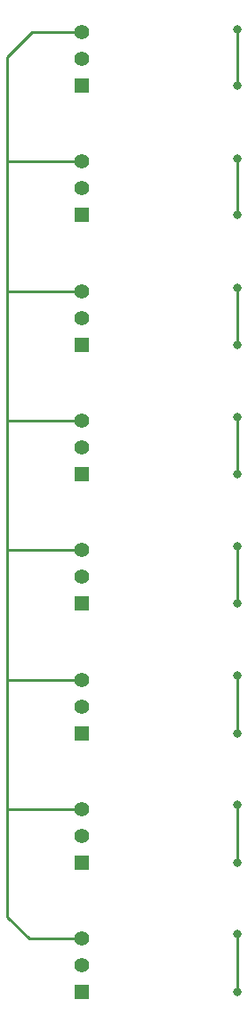
<source format=gbr>
%TF.GenerationSoftware,KiCad,Pcbnew,(6.0.8-1)-1*%
%TF.CreationDate,2022-10-04T15:12:48-04:00*%
%TF.ProjectId,Untitled,556e7469-746c-4656-942e-6b696361645f,rev?*%
%TF.SameCoordinates,Original*%
%TF.FileFunction,Copper,L2,Bot*%
%TF.FilePolarity,Positive*%
%FSLAX46Y46*%
G04 Gerber Fmt 4.6, Leading zero omitted, Abs format (unit mm)*
G04 Created by KiCad (PCBNEW (6.0.8-1)-1) date 2022-10-04 15:12:48*
%MOMM*%
%LPD*%
G01*
G04 APERTURE LIST*
%TA.AperFunction,ComponentPad*%
%ADD10R,1.397000X1.397000*%
%TD*%
%TA.AperFunction,ComponentPad*%
%ADD11C,1.397000*%
%TD*%
%TA.AperFunction,ViaPad*%
%ADD12C,0.800000*%
%TD*%
%TA.AperFunction,Conductor*%
%ADD13C,0.250000*%
%TD*%
G04 APERTURE END LIST*
D10*
%TO.P,REF\u002A\u002A,1*%
%TO.N,N/C*%
X59270100Y-114190358D03*
D11*
%TO.P,REF\u002A\u002A,2*%
X59270100Y-111650358D03*
%TO.P,REF\u002A\u002A,3*%
X59270100Y-109110358D03*
%TD*%
D10*
%TO.P,REF\u002A\u002A,1*%
%TO.N,N/C*%
X59270100Y-77268932D03*
D11*
%TO.P,REF\u002A\u002A,2*%
X59270100Y-74728932D03*
%TO.P,REF\u002A\u002A,3*%
X59270100Y-72188932D03*
%TD*%
D10*
%TO.P,REF\u002A\u002A,1*%
%TO.N,N/C*%
X59270100Y-52654648D03*
D11*
%TO.P,REF\u002A\u002A,2*%
X59270100Y-50114648D03*
%TO.P,REF\u002A\u002A,3*%
X59270100Y-47574648D03*
%TD*%
D10*
%TO.P,REF\u002A\u002A,1*%
%TO.N,N/C*%
X59270100Y-40347506D03*
D11*
%TO.P,REF\u002A\u002A,2*%
X59270100Y-37807506D03*
%TO.P,REF\u002A\u002A,3*%
X59270100Y-35267506D03*
%TD*%
D10*
%TO.P,REF\u002A\u002A,1*%
%TO.N,N/C*%
X59270100Y-89576074D03*
D11*
%TO.P,REF\u002A\u002A,2*%
X59270100Y-87036074D03*
%TO.P,REF\u002A\u002A,3*%
X59270100Y-84496074D03*
%TD*%
D10*
%TO.P,REF\u002A\u002A,1*%
%TO.N,N/C*%
X59270100Y-101883216D03*
D11*
%TO.P,REF\u002A\u002A,2*%
X59270100Y-99343216D03*
%TO.P,REF\u002A\u002A,3*%
X59270100Y-96803216D03*
%TD*%
D10*
%TO.P,REF\u002A\u002A,1*%
%TO.N,N/C*%
X59270100Y-64961790D03*
D11*
%TO.P,REF\u002A\u002A,2*%
X59270100Y-62421790D03*
%TO.P,REF\u002A\u002A,3*%
X59270100Y-59881790D03*
%TD*%
D10*
%TO.P,REF\u002A\u002A,1*%
%TO.N,N/C*%
X59270100Y-126497500D03*
D11*
%TO.P,REF\u002A\u002A,2*%
X59270100Y-123957500D03*
%TO.P,REF\u002A\u002A,3*%
X59270100Y-121417500D03*
%TD*%
D12*
%TO.N,*%
X74100000Y-40347506D03*
X74100000Y-52654648D03*
X74100000Y-64961790D03*
X74100000Y-77268932D03*
X74100000Y-89576074D03*
X74100000Y-101883216D03*
X74100000Y-114220000D03*
X74100000Y-126497500D03*
X74100000Y-35050000D03*
X74100000Y-47316666D03*
X74100000Y-59583332D03*
X74100000Y-71849998D03*
X74100000Y-84116664D03*
X74100000Y-96383330D03*
X74100000Y-121000000D03*
X74100000Y-108650000D03*
%TD*%
D13*
%TO.N,*%
X74100000Y-121000000D02*
X74100000Y-126497500D01*
X74100000Y-108650000D02*
X74100000Y-114220000D01*
X74100000Y-96383330D02*
X74100000Y-101883216D01*
X74100000Y-84116664D02*
X74100000Y-89576074D01*
X74100000Y-71849998D02*
X74100000Y-77268932D01*
X74100000Y-59583332D02*
X74100000Y-64961790D01*
X74100000Y-47316666D02*
X74100000Y-52654648D01*
X74100000Y-35050000D02*
X74100000Y-40347506D01*
X59270100Y-109110358D02*
X52189642Y-109110358D01*
X52189642Y-109110358D02*
X52150000Y-109150000D01*
X59270100Y-96803216D02*
X52203216Y-96803216D01*
X59270100Y-84496074D02*
X52196074Y-84496074D01*
X59270100Y-72188932D02*
X52161068Y-72188932D01*
X59270100Y-59881790D02*
X52231790Y-59881790D01*
X52231790Y-59881790D02*
X52150000Y-59800000D01*
X52150000Y-119350000D02*
X52150000Y-37650000D01*
X59270100Y-47574648D02*
X52174648Y-47574648D01*
X52174648Y-47574648D02*
X52150000Y-47550000D01*
X59270100Y-121417500D02*
X54217500Y-121417500D01*
X54217500Y-121417500D02*
X52150000Y-119350000D01*
X52150000Y-37650000D02*
X54532494Y-35267506D01*
X54532494Y-35267506D02*
X59270100Y-35267506D01*
%TD*%
M02*

</source>
